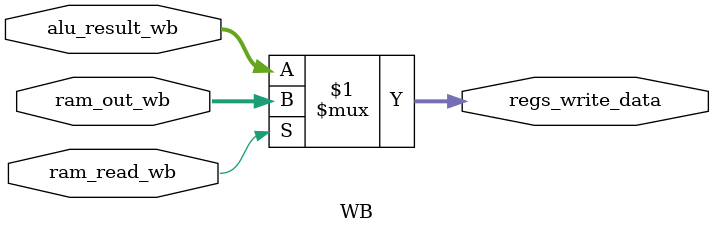
<source format=v>
`timescale 1ns/1ps

module WB
#(
	parameter DATA_WIDTH = 32,
        parameter REGADDR_WIDTH = 5
 )
 (
	 input wire ram_read_wb,
	 input wire [DATA_WIDTH-1 : 0] ram_out_wb,
	 input wire [DATA_WIDTH-1 : 0] alu_result_wb,
	 output wire [DATA_WIDTH-1 : 0] regs_write_data
 );

 assign regs_write_data = ram_read_wb ? ram_out_wb : alu_result_wb;

 endmodule




</source>
